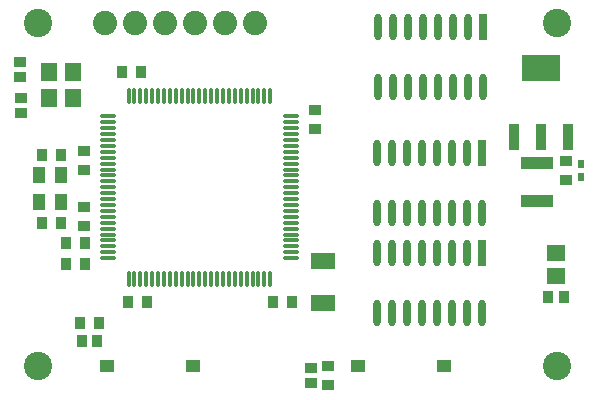
<source format=gts>
G04*
G04 #@! TF.GenerationSoftware,Altium Limited,Altium Designer,24.6.1 (21)*
G04*
G04 Layer_Color=8388736*
%FSLAX44Y44*%
%MOMM*%
G71*
G04*
G04 #@! TF.SameCoordinates,5915992C-12D5-426B-92E3-494E032610F7*
G04*
G04*
G04 #@! TF.FilePolarity,Negative*
G04*
G01*
G75*
%ADD33R,1.1000X0.9500*%
%ADD34R,1.0000X0.8500*%
%ADD35R,1.1500X1.0500*%
%ADD36O,1.5000X0.3500*%
%ADD37O,0.3500X1.5000*%
%ADD38R,1.1000X1.3500*%
%ADD39R,0.9500X1.1000*%
%ADD40R,0.6580X2.2544*%
G04:AMPARAMS|DCode=41|XSize=2.2544mm|YSize=0.658mm|CornerRadius=0.329mm|HoleSize=0mm|Usage=FLASHONLY|Rotation=270.000|XOffset=0mm|YOffset=0mm|HoleType=Round|Shape=RoundedRectangle|*
%AMROUNDEDRECTD41*
21,1,2.2544,0.0000,0,0,270.0*
21,1,1.5965,0.6580,0,0,270.0*
1,1,0.6580,0.0000,-0.7982*
1,1,0.6580,0.0000,0.7982*
1,1,0.6580,0.0000,0.7982*
1,1,0.6580,0.0000,-0.7982*
%
%ADD41ROUNDEDRECTD41*%
%ADD42R,0.5500X0.7500*%
%ADD43R,0.8500X1.0000*%
%ADD44R,1.5500X1.4500*%
%ADD45R,3.3000X2.2000*%
%ADD46R,0.9500X2.2000*%
%ADD47R,2.7562X1.0042*%
%ADD48R,1.4500X1.5500*%
%ADD49R,2.0500X1.4500*%
%ADD50C,2.4000*%
%ADD51C,2.0500*%
D33*
X276250Y13750D02*
D03*
Y29750D02*
D03*
X477500Y203000D02*
D03*
Y187000D02*
D03*
X264500Y246500D02*
D03*
Y230500D02*
D03*
X69500Y195500D02*
D03*
Y211500D02*
D03*
Y164000D02*
D03*
Y148000D02*
D03*
D34*
X261250Y28000D02*
D03*
Y15000D02*
D03*
X15250Y274250D02*
D03*
Y287250D02*
D03*
X16250Y257000D02*
D03*
Y244000D02*
D03*
D35*
X374500Y30000D02*
D03*
X301500D02*
D03*
X161500D02*
D03*
X88500D02*
D03*
D36*
X89750Y141000D02*
D03*
Y151000D02*
D03*
Y146000D02*
D03*
Y126000D02*
D03*
Y121000D02*
D03*
Y136000D02*
D03*
Y131000D02*
D03*
Y166000D02*
D03*
Y176000D02*
D03*
Y171000D02*
D03*
Y161000D02*
D03*
Y156000D02*
D03*
Y201000D02*
D03*
Y211000D02*
D03*
Y206000D02*
D03*
Y186000D02*
D03*
Y181000D02*
D03*
Y196000D02*
D03*
Y191000D02*
D03*
Y231000D02*
D03*
Y241000D02*
D03*
Y236000D02*
D03*
Y221000D02*
D03*
Y216000D02*
D03*
Y226000D02*
D03*
X244250Y141000D02*
D03*
Y151000D02*
D03*
Y146000D02*
D03*
Y126000D02*
D03*
Y121000D02*
D03*
Y136000D02*
D03*
Y131000D02*
D03*
Y176000D02*
D03*
Y161000D02*
D03*
Y156000D02*
D03*
Y171000D02*
D03*
Y166000D02*
D03*
Y201000D02*
D03*
Y211000D02*
D03*
Y206000D02*
D03*
Y186000D02*
D03*
Y181000D02*
D03*
Y196000D02*
D03*
Y191000D02*
D03*
Y241000D02*
D03*
Y236000D02*
D03*
Y221000D02*
D03*
Y216000D02*
D03*
Y231000D02*
D03*
Y226000D02*
D03*
D37*
X137000Y103750D02*
D03*
X127000D02*
D03*
X132000D02*
D03*
X152000D02*
D03*
X157000D02*
D03*
X142000D02*
D03*
X147000D02*
D03*
X117000D02*
D03*
X122000D02*
D03*
X107000D02*
D03*
X112000D02*
D03*
X157000Y258250D02*
D03*
X147000D02*
D03*
X152000D02*
D03*
X117000D02*
D03*
X122000D02*
D03*
X107000D02*
D03*
X112000D02*
D03*
X137000D02*
D03*
X142000D02*
D03*
X127000D02*
D03*
X132000D02*
D03*
X207000Y103750D02*
D03*
X197000D02*
D03*
X202000D02*
D03*
X222000D02*
D03*
X227000D02*
D03*
X212000D02*
D03*
X217000D02*
D03*
X172000D02*
D03*
X162000D02*
D03*
X167000D02*
D03*
X187000D02*
D03*
X192000D02*
D03*
X177000D02*
D03*
X182000D02*
D03*
X197000Y258250D02*
D03*
X212000D02*
D03*
X217000D02*
D03*
X202000D02*
D03*
X207000D02*
D03*
X172000D02*
D03*
X162000D02*
D03*
X167000D02*
D03*
X187000D02*
D03*
X192000D02*
D03*
X177000D02*
D03*
X182000D02*
D03*
X222000D02*
D03*
X227000D02*
D03*
D38*
X31000Y168500D02*
D03*
Y191500D02*
D03*
X49500D02*
D03*
Y168500D02*
D03*
D39*
X82000Y66000D02*
D03*
X66000D02*
D03*
X229000Y83500D02*
D03*
X245000D02*
D03*
X122500D02*
D03*
X106500D02*
D03*
X50000Y151000D02*
D03*
X34000D02*
D03*
X34000Y208500D02*
D03*
X50000D02*
D03*
X70000Y133500D02*
D03*
X54000D02*
D03*
X70000Y116000D02*
D03*
X54000D02*
D03*
X101500Y278500D02*
D03*
X117500D02*
D03*
D40*
X406700Y317009D02*
D03*
X406200Y125259D02*
D03*
X405950Y210009D02*
D03*
D41*
X394000Y317009D02*
D03*
X368600D02*
D03*
X381300D02*
D03*
X355900D02*
D03*
X381300Y265991D02*
D03*
X406700D02*
D03*
X394000D02*
D03*
X343200D02*
D03*
X368600D02*
D03*
X355900D02*
D03*
X330500Y317009D02*
D03*
X317800D02*
D03*
X343200D02*
D03*
X330500Y265991D02*
D03*
X317800D02*
D03*
X406200Y74241D02*
D03*
X393500D02*
D03*
X380800D02*
D03*
X368100D02*
D03*
X355400D02*
D03*
X342700D02*
D03*
X330000D02*
D03*
X317300D02*
D03*
Y125259D02*
D03*
X330000D02*
D03*
X342700D02*
D03*
X355400D02*
D03*
X368100D02*
D03*
X380800D02*
D03*
X393500D02*
D03*
X405950Y158991D02*
D03*
X393250D02*
D03*
X380550D02*
D03*
X367850D02*
D03*
X355150D02*
D03*
X342450D02*
D03*
X329750D02*
D03*
X317050D02*
D03*
Y210009D02*
D03*
X329750D02*
D03*
X342450D02*
D03*
X355150D02*
D03*
X367850D02*
D03*
X380550D02*
D03*
X393250D02*
D03*
D42*
X490250Y189750D02*
D03*
Y200750D02*
D03*
D43*
X462500Y88500D02*
D03*
X475500D02*
D03*
X80554Y50750D02*
D03*
X67554D02*
D03*
D44*
X468750Y125500D02*
D03*
Y105500D02*
D03*
D45*
X456000Y282250D02*
D03*
D46*
X479000Y223750D02*
D03*
X456000D02*
D03*
X433000D02*
D03*
D47*
X452750Y169500D02*
D03*
Y202000D02*
D03*
D48*
X39750Y256750D02*
D03*
X59750D02*
D03*
X39750Y278250D02*
D03*
X59750D02*
D03*
D49*
X272000Y119000D02*
D03*
Y83000D02*
D03*
D50*
X30000Y320000D02*
D03*
X470000D02*
D03*
Y30000D02*
D03*
X30000D02*
D03*
D51*
X86750Y319750D02*
D03*
X112150D02*
D03*
X213750D02*
D03*
X188350D02*
D03*
X162950D02*
D03*
X137550D02*
D03*
M02*

</source>
